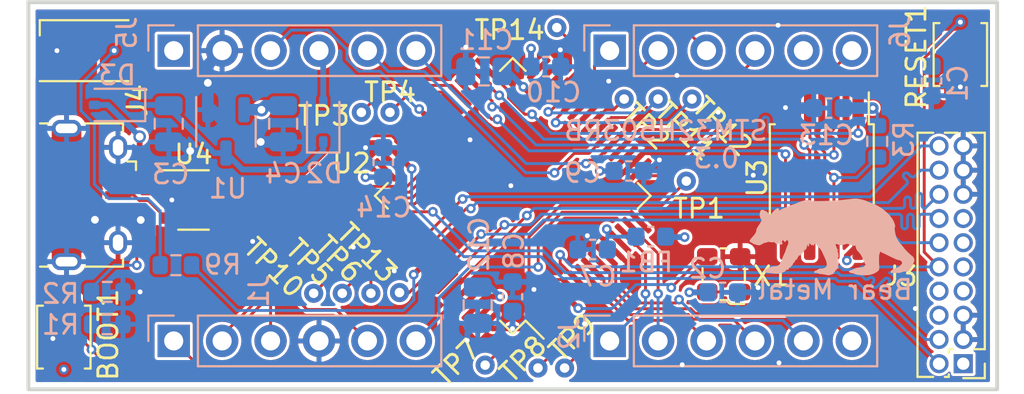
<source format=kicad_pcb>
(kicad_pcb (version 20221018) (generator pcbnew)
  (layers (0 "F.Cu" signal) (1 "In1.Cu" power) (2 "In2.Cu" power) (31 "B.Cu" signal) (34 "B.Paste" user) (36 "B.SilkS" user "B.Silkscreen") (37 "F.SilkS" user "F.Silkscreen") (38 "B.Mask" user) (39 "F.Mask" user) (44 "Edge.Cuts" user))
  (net 0 "")
  (net 1 "GND")
  (net 2 "/VDDA")
  (net 3 "+3.3V")
  (net 4 "/PA9_TXD")
  (net 5 "/PA10_RXD")
  (net 6 "/nRESET")
  (net 7 "Net-(D1-A)")
  (net 8 "Net-(C11-Pad1)")
  (net 9 "Net-(C12-Pad1)")
  (net 10 "/SWDIO")
  (net 11 "/SWCLK")
  (net 17 "/TRACECK")
  (net 19 "/TRACED0")
  (net 20 "/TRACED1")
  (net 21 "/TRACED2")
  (net 22 "/TRACED3")
  (net 23 "Net-(J4-ID)")
  (net 24 "/PC13")
  (net 25 "/SPI1_SCK")
  (net 26 "/SPI1_NSS")
  (net 27 "/SPI1_MISO")
  (net 28 "/SPI1_MOSI")
  (net 29 "/DAC_OUT1")
  (net 30 "/DAC_OUT2")
  (net 31 "/ADC_INP3")
  (net 32 "/OPAMP_VOUT")
  (net 33 "/ADC_INP4")
  (net 34 "/OPAMP_VINM")
  (net 35 "/OPAMP_VINP")
  (net 36 "/ADC_INP5")
  (net 37 "/PB2")
  (net 38 "/I3C2_SCL")
  (net 39 "/SPI2_NSS")
  (net 40 "/SPI2_SCK")
  (net 41 "/SPI2_MISO")
  (net 42 "/SPI2_MOSI")
  (net 43 "/PA15_RXD2")
  (net 44 "/PC10")
  (net 45 "/PB4_TXD2")
  (net 46 "/SW1")
  (net 47 "/I2C1_SCL")
  (net 48 "/I2C1_SDA")
  (net 49 "/NHOLD")
  (net 50 "/PC14")
  (net 51 "/PC15")
  (net 52 "/I2C2_SCL")
  (net 53 "/I2C2_SDA")
  (net 54 "/I3C2_SDA")
  (net 55 "/PA0")
  (net 56 "/PA1")
  (net 57 "/PA2")
  (net 58 "Net-(J4-D-)")
  (net 59 "Net-(J4-D+)")
  (net 60 "/PA3")
  (net 61 "/PA8")
  (net 62 "/USB_N")
  (net 63 "/USB_P")
  (net 64 "/LED")
  (net 65 "/VBUS")
  (net 66 "/5VIN")
  (net 67 "/VINunused")
  (net 68 "/PH1")
  (net 69 "/CLK_8")
  (net 70 "Net-(#FLG02-pwr)")
  (footprint "BearMetal:TestPoint_THTPad_D1.0mm_Drill0.5mm_min" (layer "F.Cu") (at 83.5 51.5)
    (fp_text reference "TP3")
    (fp_text value "TestPoint" hide)
  )
  (footprint "Button_Switch_SMD:SW_SPST_B3U-1000P" (layer "F.Cu") (at 67.9 63.3 90)
    (fp_text reference "BOOT1")
    (fp_text value "SW_Push")
  )
  (footprint "Connector_PinHeader_1.27mm:PinHeader_2x10_P1.27mm_Vertical" (layer "F.Cu") (at 115.062 64.6938 180)
    (fp_text reference "J3")
    (fp_text value "Conn_02x10_Odd_Even")
  )
  (footprint "BearMetal:TestPoint_THTPad_D1.0mm_Drill0.5mm_min" (layer "F.Cu") (at 89.9922 64.77)
    (fp_text reference "TP7")
    (fp_text value "TestPoint" hide)
  )
  (footprint "BearMetal:TestPoint_THTPad_D1.0mm_Drill0.5mm_min" (layer "F.Cu") (at 93.75 47.05)
    (fp_text reference "TP14")
    (fp_text value "TestPoint" hide)
  )
  (footprint "Package_TO_SOT_SMD:SOT-23-6" (layer "F.Cu") (at 74.7 56.1)
    (fp_text reference "U4")
    (fp_text value "WE-TVS-82400102")
  )
  (footprint "BearMetal:TestPoint_THTPad_D1.0mm_Drill0.5mm_min" (layer "F.Cu") (at 94.1578 64.9224)
    (fp_text reference "TP9")
    (fp_text value "TestPoint" hide)
  )
  (footprint "Connector_USB:USB_Micro-B_Amphenol_10118194_Horizontal" (layer "F.Cu") (at 69.342 55.84 -90)
    (fp_text reference "J4")
    (fp_text value "USB_B_Micro" hide)
  )
  (footprint "BearMetal:TestPoint_THTPad_D1.0mm_Drill0.5mm_min" (layer "F.Cu") (at 84 61)
    (fp_text reference "TP6")
    (fp_text value "TestPoint" hide)
  )
  (footprint "Button_Switch_SMD:SW_SPST_B3U-1000P" (layer "F.Cu") (at 114.9096 48.4632 -90)
    (fp_text reference "RESET1")
    (fp_text value "SW_Push")
  )
  (footprint "BearMetal:Oscillator_SMD_ECS_2520MV-4Pin_2.5x2.0mm-hand-solder" (layer "F.Cu") (at 102.5 60 180)
    (fp_text reference "X1")
    (fp_text value "ECS-2520MV-080-CN")
  )
  (footprint "BearMetal:TestPoint_THTPad_D1.0mm_Drill0.5mm_min" (layer "F.Cu") (at 100.838 50.8)
    (fp_text reference "TP11")
    (fp_text value "TestPoint" hide)
  )
  (footprint "Package_QFP:LQFP-64_10x10mm_P0.5mm" (layer "F.Cu") (at 91.44 55.88 135)
    (fp_text reference "U2")
    (fp_text value "STM32H503RBTx")
  )
  (footprint "BearMetal:TestPoint_THTPad_D1.0mm_Drill0.5mm_min" (layer "F.Cu") (at 82.5 61)
    (fp_text reference "TP5")
    (fp_text value "TestPoint" hide)
  )
  (footprint "BearMetal:TestPoint_THTPad_D1.0mm_Drill0.5mm_min" (layer "F.Cu") (at 92.7608 64.9224)
    (fp_text reference "TP8")
    (fp_text value "TestPoint" hide)
  )
  (footprint "Package_SO:SOIC-8_5.23x5.23mm_P1.27mm" (layer "F.Cu") (at 107.645 54.85 -90)
    (fp_text reference "U3")
    (fp_text value "W25Q128JVS")
  )
  (footprint "BearMetal:TestPoint_THTPad_D1.0mm_Drill0.5mm_min" (layer "F.Cu") (at 99.06 50.8)
    (fp_text reference "TP12")
    (fp_text value "TestPoint" hide)
  )
  (footprint "BearMetal:TestPoint_THTPad_D1.0mm_Drill0.5mm_min" (layer "F.Cu") (at 85 51.5)
    (fp_text reference "TP4")
    (fp_text value "TestPoint" hide)
  )
  (footprint "LED_SMD:LED_PLCC-2_3.4x3.0mm_KA" (layer "F.Cu") (at 69.0372 48.26)
    (fp_text reference "D1" hide)
    (fp_text value "LED")
  )
  (footprint "BearMetal:TestPoint_THTPad_D1.0mm_Drill0.5mm_min" (layer "F.Cu") (at 100.54 55.11)
    (fp_text reference "TP1")
    (fp_text value "TestPoint" hide)
  )
  (footprint "BearMetal:TestPoint_THTPad_D1.0mm_Drill0.5mm_min" (layer "F.Cu") (at 85.5 60.96)
    (fp_text reference "TP13")
    (fp_text value "TestPoint" hide)
  )
  (footprint "BearMetal:TestPoint_THTPad_D1.0mm_Drill0.5mm_min" (layer "F.Cu") (at 97.282 50.8)
    (fp_text reference "TP2")
    (fp_text value "TestPoint" hide)
  )
  (footprint "BearMetal:TestPoint_THTPad_D1.0mm_Drill0.5mm_min" (layer "F.Cu") (at 81 61)
    (fp_text reference "TP10")
    (fp_text value "TestPoint" hide)
  )
  (footprint "Capacitor_SMD:C_0603_1608Metric" (layer "B.Cu") (at 93.175 49.1)
    (fp_text reference "C10")
    (fp_text value ".1uf")
  )
  (footprint "Package_TO_SOT_SMD:SOT-23-3" (layer "B.Cu") (at 76.4 52.5 -90)
    (fp_text reference "U1")
    (fp_text value "XC6206P332MR")
  )
  (footprint "Capacitor_SMD:C_0603_1608Metric" (layer "B.Cu") (at 84.65 54.125 90)
    (fp_text reference "C14")
    (fp_text value ".1uf")
  )
  (footprint "Resistor_SMD:R_0603_1608Metric" (layer "B.Cu") (at 70.175 62.625)
    (fp_text reference "R1")
    (fp_text value "10K")
  )
  (footprint "Capacitor_SMD:C_0603_1608Metric" (layer "B.Cu") (at 113.4 49.85 -90)
    (fp_text reference "C1")
    (fp_text value ".1uf")
  )
  (footprint "Capacitor_SMD:C_0603_1608Metric" (layer "B.Cu") (at 97.525 54.575)
    (fp_text reference "C9")
    (fp_text value ".1uf")
  )
  (footprint "Resistor_SMD:R_0603_1608Metric" (layer "B.Cu") (at 70.175 60.925 180)
    (fp_text reference "R2")
    (fp_text value "10K")
  )
  (footprint "BearMetal:PinHeader_1x06_P2.54mm_Vertical__min" (layer "B.Cu") (at 73.66 63.5 -90)
    (fp_text reference "J1")
    (fp_text value "Conn_01x06_Pin")
  )
  (footprint "Capacitor_SMD:C_0603_1608Metric" (layer "B.Cu") (at 98.675 58.025 180)
    (fp_text reference "FB1")
    (fp_text value "~")
  )
  (footprint "BearMetal:PinHeader_1x06_P2.54mm_Vertical__min" (layer "B.Cu") (at 96.52 63.5 -90)
    (fp_text reference "J2")
    (fp_text value "Conn_01x06_Pin")
  )
  (footprint "Diode_SMD:D_SOD-323" (layer "B.Cu") (at 81.5 52 90)
    (fp_text reference "D2")
    (fp_text value "1N5819WS")
  )
  (footprint "BearMetal:BearMetalneg0.3" (layer "B.Cu") (at 108.157809 58.041404 180)
    (fp_text reference "G***" hide)
    (fp_text value "LOGO" hide)
  )
  (footprint "BearMetal:PinHeader_1x06_P2.54mm_Vertical__min" (layer "B.Cu") (at 96.52 48.26 -90)
    (fp_text reference "J6")
    (fp_text value "Conn_01x06_Pin")
  )
  (footprint "BearMetal:PinHeader_1x06_P2.54mm_Vertical__min" (layer "B.Cu") (at 73.66 48.26 -90)
    (fp_text reference "J5")
    (fp_text value "Conn_01x06_Pin")
  )
  (footprint "Capacitor_SMD:C_0805_2012Metric" (layer "B.Cu") (at 89.925 49.35 180)
    (fp_text reference "C11")
    (fp_text value "2.2uf")
  )
  (footprint "Resistor_SMD:R_0603_1608Metric" (layer "B.Cu") (at 73.775 59.525)
    (fp_text reference "R9")
    (fp_text value "150")
  )
  (footprint "Capacitor_SMD:C_0603_1608Metric" (layer "B.Cu") (at 91.425 61.175 90)
    (fp_text reference "C8")
    (fp_text value ".1uf")
  )
  (footprint "Capacitor_SMD:C_0603_1608Metric" (layer "B.Cu") (at 95.625 58.7 180)
    (fp_text reference "C7")
    (fp_text value ".1uf")
  )
  (footprint "Capacitor_SMD:C_0805_2012Metric" (layer "B.Cu") (at 89.6 61.625 -90)
    (fp_text reference "C12")
    (fp_text value "2.2uf")
  )
  (footprint "Capacitor_SMD:C_0805_2012Metric" (layer "B.Cu") (at 73.4 52.1 -90)
    (fp_text reference "C3")
    (fp_text value "1uf")
  )
  (footprint "Resistor_SMD:R_0603_1608Metric" (layer "B.Cu") (at 110.55 53.025 -90)
    (fp_text reference "R3")
    (fp_text value "10K")
  )
  (footprint "Capacitor_SMD:C_0805_2012Metric" (layer "B.Cu") (at 79.4 52.1 -90)
    (fp_text reference "C4")
    (fp_text value "1uf")
  )
  (footprint "Diode_SMD:D_SOD-323" (layer "B.Cu") (at 70.5575 51.11 180)
    (fp_text reference "D3")
    (fp_text value "1N5819WS")
  )
  (footprint "Capacitor_SMD:C_0603_1608Metric" (layer "B.Cu") (at 102.45 60.95)
    (fp_text reference "C2")
    (fp_text value ".1uf")
  )
  (footprint "Capacitor_SMD:C_0603_1608Metric" (layer "B.Cu") (at 108 51.275 180)
    (fp_text reference "C13")
    (fp_text value ".1uf")
  )
  (gr_rect (start 66.04 45.72) (end 116.84 66.04) (stroke (width 0.2)) (fill none) (layer "Edge.Cuts"))
  (gr_text "0.3" (at 103.4 54.5) (layer "B.SilkS") (effects (font (size 1 1)) (justify left bottom mirror)))
  (gr_text "STM32H503RB" (at 104.9 53.05) (layer "B.SilkS") (effects (font (size 1 1)) (justify left bottom mirror)))
  (gr_text "Bear Metal" (at 112.5 61.4) (layer "B.SilkS") (effects (font (size 1 1)) (justify left bottom mirror)))
  (segment (start 89.725266 62.190928) (end 89.151011 62.765183) (width 0.3048) (layer "F.Cu") (net 1))
  (segment (start 69.5298 57.14) (end 70.742 57.14) (width 0.3048) (layer "F.Cu") (net 1))
  (segment (start 95.35 57.975) (end 95.954424 57.975) (width 0.2032) (layer "F.Cu") (net 1))
  (segment (start 93.93337 48.790436) (end 93.154734 49.569072) (width 0.30226) (layer "F.Cu") (net 1))
  (segment (start 96.121173 58.141749) (end 96.176623 58.141749) (width 0.2032) (layer "F.Cu") (net 1))
  (segment (start 83.7184 53.3524) (end 84.316206 53.3524) (width 0.2794) (layer "F.Cu") (net 1))
  (segment (start 84.316206 53.3524) (end 85.129072 54.165266) (width 0.2794) (layer "F.Cu") (net 1))
  (segment (start 103.425 59.1375) (end 103.425 59.275) (width 0.3048) (layer "F.Cu") (net 1))
  (segment (start 93.93337 48.215199) (end 93.93337 48.790436) (width 0.3048) (layer "F.Cu") (net 1))
  (segment (start 99.094848 54.000078) (end 98.698481 53.603711) (width 0.2794) (layer "F.Cu") (net 1))
  (segment (start 71.9328 57.15) (end 71.9228 57.14) (width 0.3048) (layer "F.Cu") (net 1))
  (segment (start 98.698481 53.603711) (end 98.312483 53.603711) (width 0.2794) (layer "F.Cu") (net 1))
  (segment (start 89.725266 62.190928) (end 89.18 62.736194) (width 0.30226) (layer "F.Cu") (net 1))
  (segment (start 71.9228 57.14) (end 70.742 57.14) (width 0.3048) (layer "F.Cu") (net 1))
  (segment (start 95.954424 57.975) (end 96.121173 58.141749) (width 0.2032) (layer "F.Cu") (net 1))
  (segment (start 89.05 62.866194) (end 89.05 63.475) (width 0.3048) (layer "F.Cu") (net 1))
  (segment (start 104.3059 60.0184) (end 103.3625 59.075) (width 0.3048) (layer "F.Cu") (net 1))
  (segment (start 99.127218 54.000078) (end 99.094848 54.000078) (width 0.2794) (layer "F.Cu") (net 1))
  (segment (start 103.3625 59.075) (end 103.425 59.1375) (width 0.3048) (layer "F.Cu") (net 1))
  (segment (start 96.176623 58.141749) (end 96.690268 58.655394) (width 0.2032) (layer "F.Cu") (net 1))
  (segment (start 89.151011 62.765183) (end 89.05 62.866194) (width 0.3048) (layer "F.Cu") (net 1))
  (segment (start 68.042 52.34) (end 68.042 59.34) (width 0.6096) (layer "F.Cu") (net 1))
  (segment (start 98.312483 53.603711) (end 97.750928 54.165266) (width 0.2794) (layer "F.Cu") (net 1))
  (segment (start 104.3059 60.702274) (end 104.3059 60.0184) (width 0.3048) (layer "F.Cu") (net 1))
  (via (at 95.35 57.975) (size 0.508) (drill 0.254) (layers "F.Cu" "B.Cu") (net 1))
  (via (at 83.075 58.575) (size 0.508) (drill 0.254) (layers "F.Cu" "B.Cu") (net 1))
  (via (at 89.2 52.94) (size 0.508) (drill 0.254) (layers "F.Cu" "B.Cu") (net 1))
  (via (at 75.45 49.95) (size 0.7112) (drill 0.4064) (layers "F.Cu" "B.Cu") (net 1))
  (via (at 67.325 63.375) (size 0.508) (drill 0.254) (layers "F.Cu" "B.Cu") (net 1))
  (via (at 95.2 62.6) (size 0.508) (drill 0.254) (layers "F.Cu" "B.Cu") (net 1))
  (via (at 104.3059 60.702274) (size 0.508) (drill 0.254) (layers "F.Cu" "B.Cu") (net 1))
  (via (at 112.55 61.8) (size 0.508) (drill 0.254) (layers "F.Cu" "B.Cu") (net 1))
  (via (at 102.21 51.49) (size 0.508) (drill 0.254) (layers "F.Cu" "B.Cu") (net 1))
  (via (at 92.55 60.8) (size 0.508) (drill 0.254) (layers "F.Cu" "B.Cu") (net 1))
  (via (at 88.975 48.075) (size 0.508) (drill 0.254) (layers "F.Cu" "B.Cu") (net 1))
  (via (at 77.8 58.275) (size 0.508) (drill 0.254) (layers "F.Cu" "B.Cu") (net 1))
  (via (at 71.9328 57.15) (size 0.6604) (drill 0.4064) (layers "F.Cu" "B.Cu") (net 1))
  (via (at 104.05 54.8) (size 0.508) (drill 0.254) (layers "F.Cu" "B.Cu") (net 1))
  (via (at 89.05 63.475) (size 0.508) (drill 0.254) (layers "F.Cu" "B.Cu") (net 1))
  (via (at 67.5372 48.26) (size 0.508) (drill 0.254) (layers "F.Cu" "B.Cu") (net 1))
  (via (at 105.74 51.25) (size 0.508) (drill 0.254) (layers "F.Cu" "B.Cu") (net 1))
  (via (at 91.34 55.35) (size 0.508) (drill 0.254) (layers "F.Cu" "B.Cu") (net 1))
  (via (at 69.5298 57.14) (size 0.6604) (drill 0.4064) (layers "F.Cu" "B.Cu") (net 1))
  (via (at 83.7184 53.3524) (size 0.508) (drill 0.254) (layers "F.Cu" "B.Cu") (net 1))
  (via (at 71.9 60.925) (size 0.508) (drill 0.254) (layers "F.Cu" "B.Cu") (net 1))
  (via (at 93.93337 48.215199) (size 0.508) (drill 0.254) (layers "F.Cu" "B.Cu") (net 1))
  (via (at 99.127218 54.000078) (size 0.508) (drill 0.254) (layers "F.Cu" "B.Cu") (net 1))
  (via (at 100.325 64.75) (size 0.508) (drill 0.254) (layers "F.Cu" "B.Cu") (net 1))
  (via (at 105.35 46.925) (size 0.508) (drill 0.254) (layers "F.Cu" "B.Cu") (net 1))
  (via (at 100.05 49.56) (size 0.508) (drill 0.254) (layers "F.Cu" "B.Cu") (net 1))
  (via (at 85.225 59.825) (size 0.508) (drill 0.254) (layers "F.Cu" "B.Cu") (net 1))
  (via (at 114.9096 50.1632) (size 0.508) (drill 0.254) (layers "F.Cu" "B.Cu") (net 1))
  (via (at 78.225 53.05) (size 0.7112) (drill 0.4064) (layers "F.Cu" "B.Cu") (net 1))
  (via (at 96.47 49.86) (size 0.508) (drill 0.254) (layers "F.Cu" "B.Cu") (net 1))
  (via (at 74.525 53.525) (size 0.6604) (drill 0.4064) (layers "F.Cu" "B.Cu") (net 1))
  (via (at 73.5625 56.1) (size 0.508) (drill 0.254) (layers "F.Cu" "B.Cu") (net 1))
  (via (at 105.4 64.65) (size 0.508) (drill 0.254) (layers "F.Cu" "B.Cu") (net 1))
  (segment (start 105.765 51.275) (end 105.74 51.25) (width 0.3048) (layer "B.Cu") (net 1))
  (segment (start 89.05 63.125) (end 89.6 62.575) (width 0.3048) (layer "B.Cu") (net 1))
  (segment (start 113.4 50.625) (end 113.8618 50.1632) (width 0.152451) (layer "B.Cu") (net 1))
  (segment (start 99.127218 54.000078) (end 98.552296 54.575) (width 0.2794) (layer "B.Cu") (net 1))
  (segment (start 78.225 53.05) (end 79.4 53.05) (width 0.6096) (layer "B.Cu") (net 1))
  (segment (start 77.35 53.05) (end 75.6625 51.3625) (width 0.6096) (layer "B.Cu") (net 1))
  (segment (start 104.3059 60.702274) (end 104.058174 60.95) (width 0.3048) (layer "B.Cu") (net 1))
  (segment (start 71 60.925) (end 71.9 60.925) (width 0.152451) (layer "B.Cu") (net 1))
  (segment (start 107.225 51.275) (end 105.765 51.275) (width 0.6096) (layer "B.Cu") (net 1))
  (segment (start 89.05 63.475) (end 89.05 63.125) (width 0.3048) (layer "B.Cu") (net 1))
  (segment (start 83.7184 53.3524) (end 84.6476 53.3524) (width 0.2794) (layer "B.Cu") (net 1))
  (segment (start 92.15 60.4) (end 91.425 60.4) (width 0.3048) (layer "B.Cu") (net 1))
  (segment (start 113.8618 50.1632) (end 114.9096 50.1632) (width 0.152451) (layer "B.Cu") (net 1))
  (segment (start 75.45 49.01) (end 76.2 48.26) (width 0.6096) (layer "B.Cu") (net 1))
  (segment (start 88.975 49.35) (end 88.975 48.075) (width 0.3048) (layer "B.Cu") (net 1))
  (segment (start 98.552296 54.575) (end 98.3 54.575) (width 0.2794) (layer "B.Cu") (net 1))
  (segment (start 93.95 48.231829) (end 93.93337 48.215199) (width 0.3048) (layer "B.Cu") (net 1))
  (segment (start 95.35 58.2) (end 94.85 58.7) (width 0.2032) (layer "B.Cu") (net 1))
  (segment (start 75.45 49.95) (end 75.45 49.01) (width 0.6096) (layer "B.Cu") (net 1))
  (segment (start 84.6476 53.3524) (end 84.65 53.35) (width 0.2794) (layer "B.Cu") (net 1))
  (segment (start 104.058174 60.95) (end 103.225 60.95) (width 0.3048) (layer "B.Cu") (net 1))
  (segment (start 74.05 53.05) (end 73.4 53.05) (width 0.6096) (layer "B.Cu") (net 1))
  (segment (start 74.525 53.525) (end 74.05 53.05) (width 0.6096) (layer "B.Cu") (net 1))
  (segment (start 92.55 60.8) (end 92.15 60.4) (width 0.3048) (layer "B.Cu") (net 1))
  (segment (start 93.95 49.1) (end 93.95 48.231829) (width 0.3048) (layer "B.Cu") (net 1))
  (segment (start 75.45 49.95) (end 75.45 51.3625) (width 0.6096) (layer "B.Cu") (net 1))
  (segment (start 78.225 53.05) (end 77.35 53.05) (width 0.6096) (layer "B.Cu") (net 1))
  (segment (start 95.35 57.975) (end 95.35 58.2) (width 0.2032) (layer "B.Cu") (net 1))
  (segment (start 75.6625 51.3625) (end 75.45 51.3625) (width 0.6096) (layer "B.Cu") (net 1))
  (segment (start 71 62.625) (end 71 60.925) (width 0.152451) (layer "B.Cu") (net 1))
  (segment (start 96.375229 57.633249) (end 97.043821 58.301841) (width 0.2032) (layer "F.Cu") (net 2))
  (segment (start 96.371314 57.633249) (end 96.375229 57.633249) (width 0.2032) (layer "F.Cu") (net 2))
  (via (at 96.371314 57.633249) (size 0.508) (drill 0.254) (layers "F.Cu" "B.Cu") (net 2))
  (segment (start 96.371314 57.633249) (end 96.4 57.661935) (width 0.2032) (layer "B.Cu") (net 2))
  (segment (start 96.4 57.661935) (end 96.4 58.7) (width 0.2032) (layer "B.Cu") (net 2))
  (segment (start 96.4 58.025) (end 97.9 58.025) (width 0.2032) (layer "B.Cu") (net 2))
  (segment (start 101.6375 60.925) (end 103.35 60.925) (width 0.152908) (layer "F.Cu") (net 3))
  (segment (start 100.7 60.95) (end 101.6125 60.95) (width 0.3048) (layer "F.Cu") (net 3))
  (segment (start 84.391938 54.9024) (end 83.7184 54.9024) (width 0.2794) (layer "F.Cu") (net 3))
  (segment (start 90.078819 62.544481) (end 90.386338 62.852) (width 0.2794) (layer "F.Cu") (net 3))
  (segment (start 90.386338 62.852) (end 92.493662 62.852) (width 0.2794) (layer "F.Cu") (net 3))
  (segment (start 96.6442 54.575) (end 97.397375 53.821825) (width 0.2794) (layer "F.Cu") (net 3))
  (segment (start 108.95747 59.04253) (end 109.55 58.45) (width 0.3048) (layer "F.Cu") (net 3))
  (segment (start 101.6125 60.95) (end 101.6375 60.925) (width 0.3048) (layer "F.Cu") (net 3))
  (segment (start 92.493662 62.852) (end 92.801181 62.544481) (width 0.2794) (layer "F.Cu") (net 3))
  (segment (start 84.775519 54.518819) (end 84.391938 54.9024) (width 0.2794) (layer "F.Cu") (net 3))
  (segment (start 92.4 48.15) (end 92.4 48.814338) (width 0.3048) (layer "F.Cu") (net 3))
  (segment (start 92.4 48.814338) (end 92.801181 49.215519) (width 0.3048) (layer "F.Cu") (net 3))
  (segment (start 96 54.575) (end 96.6442 54.575) (width 0.2794) (layer "F.Cu") (net 3))
  (segment (start 108.95747 59.2755) (end 108.95747 59.04253) (width 0.3048) (layer "F.Cu") (net 3))
  (via (at 83.7184 54.9024) (size 0.508) (drill 0.254) (layers "F.Cu" "B.Cu") (net 3))
  (via (at 91.425 62.852) (size 0.508) (drill 0.254) (layers "F.Cu" "B.Cu") (net 3))
  (via (at 100.45 58.05) (size 0.508) (drill 0.254) (layers "F.Cu" "B.Cu") (net 3))
  (via (at 78.2625 51.3625) (size 0.7112) (drill 0.4064) (layers "F.Cu" "B.Cu") (net 3))
  (via (at 108.95747 59.2755) (size 0.508) (drill 0.254) (layers "F.Cu" "B.Cu") (net 3))
  (via (at 96 54.575) (size 0.508) (drill 0.254) (layers "F.Cu" "B.Cu") (net 3))
  (via (at 67.9 65) (size 0.508) (drill 0.254) (layers "F.Cu" "B.Cu") (net 3))
  (via (at 110.325 51.275) (size 0.508) (drill 0.254) (layers "F.Cu" "B.Cu") (net 3))
  (via (at 92.4 48.15) (size 0.508) (drill 0.254) (layers "F.Cu" "B.Cu") (net 3))
  (via (at 100.7 60.95) (size 0.508) (drill 0.254) (layers "F.Cu" "B.Cu") (net 3))
  (segment (start 100.45 58.05) (end 99.475 58.05) (width 0.3048) (layer "B.Cu") (net 3))
  (segment (start 96 54.575) (end 96.75 54.575) (width 0.2794) (layer "B.Cu") (net 3))
  (segment (start 110.55 52.2) (end 110.55 51.5) (width 0.152425) (layer "B.Cu") (net 3))
  (segment (start 78.2625 51.3625) (end 77.35 51.3625) (width 0.6096) (layer "B.Cu") (net 3))
  (segment (start 84.6476 54.9024) (end 84.65 54.9) (width 0.2794) (layer "B.Cu") (net 3))
  (segment (start 78.475 51.15) (end 79.4 51.15) (width 0.6096) (layer "B.Cu") (net 3))
  (segment (start 101.675 60.95) (end 100.7 60.95) (width 0.3048) (layer "B.Cu") (net 3))
  (segment (start 92.4 49.1) (end 92.4 48.15) (width 0.3048) (layer "B.Cu") (net 3))
  (segment (start 108.775 51.275) (end 110.325 51.275) (width 0.6096) (layer "B.Cu") (net 3))
  (segment (start 83.7184 54.9024) (end 84.6476 54.9024) (width 0.2794) (layer "B.Cu") (net 3))
  (segment (start 78.2625 51.3625) (end 78.475 51.15) (width 0.6096) (layer "B.Cu") (net 3))
  (segment (start 110.55 51.5) (end 110.325 51.275) (width 0.152425) (layer "B.Cu") (net 3))
  (segment (start 91.425 62.852) (end 91.425 61.95) (width 0.3048) (layer "B.Cu") (net 3))
  (segment (start 76.81 64.69) (end 74.85 64.69) (width 0.152451) (layer "F.Cu") (net 4))
  (segment (start 86.025894 55.690298) (end 84.147454 55.690298) (width 0.152451) (layer "F.Cu") (net 4))
  (segment (start 86.896839 52.397499) (end 87.394919 52.895579) (width 0.152451) (layer "F.Cu") (net 4))
  (segment (start 74.85 64.69) (end 73.66 63.5) (width 0.152451) (layer "F.Cu") (net 4))
  (segment (start 87.394919 52.895579) (end 87.394919 54.321273) (width 0.152451) (layer "F.Cu") (net 4))
  (segment (start 87.394919 54.321273) (end 86.025894 55.690298) (width 0.152451) (layer "F.Cu") (net 4))
  (segment (start 84.147454 55.690298) (end 77.51 62.327752) (width 0.152451) (layer "F.Cu") (net 4))
  (segment (start 77.51 62.327752) (end 77.51 63.99) (width 0.152451) (layer "F.Cu") (net 4))
  (segment (start 77.51 63.99) (end 76.81 64.69) (width 0.152451) (layer "F.Cu") (net 4))
  (segment (start 85.899621 55.385447) (end 84.02118 55.385448) (width 0.152451) (layer "F.Cu") (net 5))
  (segment (start 87.041365 53.249131) (end 87.041365 54.243703) (width 0.152451) (layer "F.Cu") (net 5))
  (segment (start 84.02118 55.385448) (end 76.26312 63.143508) (width 0.152451) (layer "F.Cu") (net 5))
  (segment (start 87.041365 54.243703) (end 85.899621 55.385447) (width 0.152451) (layer "F.Cu") (net 5))
  (segment (start 86.543286 52.751052) (end 87.041365 53.249131) (width 0.152451) (layer "F.Cu") (net 5))
  (segment (start 93.924646 59.425306) (end 94.922501 60.423161) (width 0.152451) (layer "F.Cu") (net 6))
  (segment (start 93.924646 58.975353) (end 93.924646 59.425306) (width 0.152451) (layer "F.Cu") (net 6))
  (segment (start 113.015775 58.837575) (end 113.792 59.6138) (width 0.152451) (layer "F.Cu") (net 6))
  (segment (start 113.015775 48.657025) (end 113.015775 58.837575) (width 0.152451) (layer "F.Cu") (net 6))
  (segment (start 114.9096 46.7632) (end 113.015775 48.657025) (width 0.152451) (layer "F.Cu") (net 6))
  (via (at 93.924646 58.975353) (size 0.508) (drill 0.254) (layers "F.Cu" "B.Cu") (net 6))
  (via (at 114.9096 46.7632) (size 0.508) (drill 0.254) (layers "F.Cu" "B.Cu") (net 6))
  (segment (start 109.739166 59.6138) (end 113.792 59.6138) (width 0.152451) (layer "B.Cu") (net 6))
  (segment (start 93.924646 58.975353) (end 94.55974 59.610447) (width 0.152451) (layer "B.Cu") (net 6))
  (segment (start 113.4 48.2) (end 113.4 49.075) (width 0.152451) (layer "B.Cu") (net 6))
  (segment (start 108.75756 59.758125) (end 109.594841 59.758125) (width 0.152451) (layer "B.Cu") (net 6))
  (segment (start 108.609882 59.610447) (end 108.75756 59.758125) (width 0.152451) (layer "B.Cu") (net 6))
  (segment (start 94.55974 59.610447) (end 108.609882 59.610447) (width 0.152451) (layer "B.Cu") (net 6))
  (segment (start 109.594841 59.758125) (end 109.739166 59.6138) (width 0.152451) (layer "B.Cu") (net 6))
  (segment (start 114.8368 46.7632) (end 113.4 48.2) (width 0.152451) (layer "B.Cu") (net 6))
  (segment (start 114.9096 46.7632) (end 114.8368 46.7632) (width 0.152451) (layer "B.Cu") (net 6))
  (via (at 70.5372 48.26) (size 0.508) (drill 0.254) (layers "F.Cu" "B.Cu") (net 7))
  (segment (start 70.25 56.025) (end 69.5 55.275) (width 0.152451) (layer "B.Cu") (net 7))
  (segment (start 69.5 55.275) (end 69.5 52.115) (width 0.152451) (layer "B.Cu") (net 7))
  (segment (start 69.5 52.115) (end 68.8 51.415) (width 0.152451) (layer "B.Cu") (net 7))
  (segment (start 72.95 56.675) (end 72.3 56.025) (width 0.152451) (layer "B.Cu") (net 7))
  (segment (start 72.95 59.525) (end 72.95 56.675) (width 0.152451) (layer "B.Cu") (net 7))
  (segment (start 68.8 51.415) (end 68.8 49.9972) (width 0.152451) (layer "B.Cu") (net 7))
  (segment (start 68.8 49.9972) (end 70.5372 48.26) (width 0.152451) (layer "B.Cu") (net 7))
  (segment (start 72.3 56.025) (end 70.25 56.025) (width 0.152451) (layer "B.Cu") (net 7))
  (segment (start 92.330824 50.49561) (end 92.935302 50.49561) (width 0.30226) (layer "F.Cu") (net 8))
  (segment (start 91.993196 50.157982) (end 92.330824 50.49561) (width 0.30226) (layer "F.Cu") (net 8))
  (segment (start 92.935302 50.49561) (end 93.508287 49.922625) (width 0.30226) (layer "F.Cu") (net 8))
  (via (at 91.993196 50.157982) (size 0.508) (drill 0.254) (layers "F.Cu" "B.Cu") (net 8))
  (segment (start 91.185214 49.35) (end 90.875 49.35) (width 0.3048) (layer "B.Cu") (net 8))
  (segment (start 91.993196 50.157982) (end 91.185214 49.35) (width 0.3048) (layer "B.Cu") (net 8))
  (segment (start 90.034088 61.175) (end 90.775 61.175) (width 0.3048) (layer "F.Cu") (net 9))
  (segment (start 89.371713 61.837375) (end 90.034088 61.175) (width 0.30226) (layer "F.Cu") (net 9))
  (via (at 90.775 61.175) (size 0.508) (drill 0.254) (layers "F.Cu" "B.Cu") (net 9))
  (segment (start 90.775 61.175) (end 90.275 60.675) (width 0.3048) (layer "B.Cu") (net 9))
  (segment (start 90.275 60.675) (end 89.6 60.675) (width 0.3048) (layer "B.Cu") (net 9))
  (segment (start 86.136722 54.46581) (end 85.482625 53.811713) (width 0.152451) (layer "F.Cu") (net 10))
  (segment (start 86.136723 54.46581) (end 86.136722 54.46581) (width 0.152451) (layer "F.Cu") (net 10))
  (via (at 86.136723 54.46581) (size 0.508) (drill 0.254) (layers "F.Cu" "B.Cu") (net 10))
  (segment (start 94.05649 60.220149) (end 92.911192 59.074851) (width 0.152451) (layer "B.Cu") (net 10))
  (segment (start 108.504514 60.367327) (end 108.357336 60.220149) (width 0.152451) (layer "B.Cu") (net 10))
  (segment (start 88.874851 59.074851) (end 86.136723 56.336723) (width 0.152451) (layer "B.Cu") (net 10))
  (segment (start 113.792 64.6938) (end 109.465527 60.367327) (width 0.152451) (layer "B.Cu") (net 10))
  (segment (start 108.357336 60.220149) (end 94.05649 60.220149) (width 0.152451) (layer "B.Cu") (net 10))
  (segment (start 86.136723 56.336723) (end 86.136723 54.46581) (width 0.152451) (layer "B.Cu") (net 10))
  (segment (start 92.911192 59.074851) (end 88.874851 59.074851) (width 0.152451) (layer "B.Cu") (net 10))
  (segment (start 109.465527 60.367327) (end 108.504514 60.367327) (width 0.152451) (layer "B.Cu") (net 10))
  (segment (start 85.2967 56.72) (end 84.775519 57.241181) (width 0.152451) (layer "F.Cu") (net 11))
  (segment (start 87.25 56.72) (end 85.2967 56.72) (width 0.152451) (layer "F.Cu") (net 11))
  (via (at 87.25 56.72) (size 0.508) (drill 0.254) (layers "F.Cu" "B.Cu") (net 11))
  (segment (start 108.483609 59.915298) (end 108.630787 60.062476) (width 0.152451) (layer "B.Cu") (net 11))
  (segment (start 110.101424 60.225) (end 110.101425 60.224999) (width 0.15367) (layer "B.Cu") (net 11))
  (segment (start 111.160865 60.464104) (end 111.160864 60.464105) (width 0.15367) (layer "B.Cu") (net 11))
  (segment (start 93.037465 58.77) (end 94.182763 59.915298) (width 0.152451) (layer "B.Cu") (net 11))
  (segment (start 110.944441 60.24768) (end 110.534272 60.657848) (width 0.15367) (layer "B.Cu") (net 11))
  (segment (start 110.317847 60.441423) (end 110.339075 60.420198) (width 0.15367) (layer "B.Cu") (net 11))
  (segment (start 94.182763 59.915298) (end 108.483609 59.915298) (width 0.152451) (layer "B.Cu") (net 11))
  (segment (start 110.534272 60.657848) (end 110.534273 60.657847) (width 0.15367) (layer "B.Cu") (net 11))
  (segment (start 87.25 56.72) (end 89.3 58.77) (width 0.152451) (layer "B.Cu") (net 11))
  (segment (start 113.0838 63.4238) (end 113.792 63.4238) (width 0.152451) (layer "B.Cu") (net 11))
  (segment (start 110.317848 60.657848) (end 110.317847 60.657847) (width 0.15367) (layer "B.Cu") (net 11))
  (segment (start 110.122651 60.203774) (end 110.101424 60.225) (width 0.15367) (layer "B.Cu") (net 11))
  (segment (start 110.750695 60.874271) (end 111.160865 60.464104) (width 0.15367) (layer "B.Cu") (net 11))
  (segment (start 108.630787 60.062476) (end 109.722476 60.062476) (width 0.152451) (layer "B.Cu") (net 11))
  (segment (start 110.339075 60.420198) (end 110.339074 60.420199) (width 0.15367) (layer "B.Cu") (net 11))
  (segment (start 113.0838 63.4238) (end 110.750695 61.090695) (width 0.15367) (layer "B.Cu") (net 11))
  (segment (start 109.885 60.225) (end 109.722476 60.062476) (width 0.15367) (layer "B.Cu") (net 11))
  (segment (start 89.3 58.77) (end 93.037465 58.77) (width 0.152451) (layer "B.Cu") (net 11))
  (arc (start 110.101425 60.224999) (mid 109.993213 60.269823) (end 109.885 60.225) (width 0.15367) (layer "B.Cu") (net 11))
  (arc (start 111.160864 60.464105) (mid 111.205688 60.355893) (end 111.160865 60.24768) (width 0.15367) (layer "B.Cu") (net 11))
  (arc (start 110.317847 60.657847) (mid 110.273025 60.549636) (end 110.317847 60.441423) (width 0.15367) (layer "B.Cu") (net 11))
  (arc (start 110.339075 60.203774) (mid 110.230862 60.15895) (end 110.122651 60.203774) (width 0.15367) (layer "B.Cu") (net 11))
  (arc (start 110.750695 61.090695) (mid 110.705873 60.982484) (end 110.750695 60.874271) (width 0.15367) (layer "B.Cu") (net 11))
  (arc (start 110.534273 60.657847) (mid 110.426061 60.702671) (end 110.317848 60.657848) (width 0.15367) (layer "B.Cu") (net 11))
  (arc (start 110.339074 60.420199) (mid 110.383898 60.311987) (end 110.339075 60.203774) (width 0.15367) (layer "B.Cu") (net 11))
  (arc (start 111.160865 60.24768) (mid 111.052652 60.202856) (end 110.944441 60.24768) (width 0.15367) (layer "B.Cu") (net 11))
  (segment (start 89.781777 57.891777) (end 87.603946 60.069608) (width 0.152451) (layer "F.Cu") (net 17))
  (via (at 89.781777 57.891777) (size 0.508) (drill 0.254) (layers "F.Cu" "B.Cu") (net 17))
  (segment (start 92.321261 57.891777) (end 93.061914 57.151124) (width 0.152451) (layer "B.Cu") (net 17))
  (segment (start 110.525554 58.07113) (end 110.915561 57.681122) (width 0.152451) (layer "B.Cu") (net 17))
  (segment (start 93.061914 57.151124) (end 110.601124 57.151124) (width 0.152451) (layer "B.Cu") (net 17))
  (segment (start 110.915561 57.681122) (end 111.132255 57.464424) (width 0.152451) (layer "B.Cu") (net 17))
  (segment (start 111.347819 57.679988) (end 111.346683 57.681121) (width 0.152451) (layer "B.Cu") (net 17))
  (segment (start 111.7938 58.3438) (end 113.792 58.3438) (width 0.152451) (layer "B.Cu") (net 17))
  (segment (start 110.699999 57.465561) (end 110.7 57.465561) (width 0.152451) (layer "B.Cu") (net 17))
  (segment (start 110.601124 57.151124) (end 110.7 57.25) (width 0.152451) (layer "B.Cu") (net 17))
  (segment (start 111.346683 57.896683) (end 111.7938 58.3438) (width 0.152451) (layer "B.Cu") (net 17))
  (segment (start 111.346682 57.896682) (end 111.346683 57.896683) (width 0.152451) (layer "B.Cu") (net 17))
  (segment (start 89.781777 57.891777) (end 92.321261 57.891777) (width 0.152451) (layer "B.Cu") (net 17))
  (segment (start 110.7 57.465561) (end 110.309992 57.855568) (width 0.152451) (layer "B.Cu") (net 17))
  (arc (start 111.347819 57.464426) (mid 111.392462 57.572206) (end 111.347819 57.679988) (width 0.152451) (layer "B.Cu") (net 17))
  (arc (start 110.309992 57.855568) (mid 110.265348 57.963349) (end 110.309992 58.07113) (width 0.152451) (layer "B.Cu") (net 17))
  (arc (start 111.346683 57.681121) (mid 111.302039 57.788902) (end 111.346682 57.896682) (width 0.152451) (layer "B.Cu") (net 17))
  (arc (start 110.309992 58.07113) (mid 110.417773 58.115774) (end 110.525554 58.07113) (width 0.152451) (layer "B.Cu") (net 17))
  (arc (start 110.7 57.25) (mid 110.744644 57.357781) (end 110.699999 57.465561) (width 0.152451) (layer "B.Cu") (net 17))
  (arc (start 111.132255 57.464424) (mid 111.240037 57.419781) (end 111.347819 57.464426) (width 0.152451) (layer "B.Cu") (net 17))
  (segment (start 91.002969 57.402969) (end 90.977691 57.402969) (width 0.152451) (layer "F.Cu") (net 19))
  (segment (start 90.977691 57.402969) (end 87.957499 60.423161) (width 0.152451) (layer "F.Cu") (net 19))
  (via (at 91.002969 57.402969) (size 0.508) (drill 0.254) (layers "F.Cu" "B.Cu") (net 19))
  (segment (start 112.747575 56.998698) (end 112.747575 57.466711) (width 0.152451) (layer "B.Cu") (net 19))
  (segment (start 92.935641 56.846273) (end 92.378945 57.402969) (width 0.152451) (layer "B.Cu") (net 19))
  (segment (start 111.833022 57.466724) (end 111.833022 56.998698) (width 0.152451) (layer "B.Cu") (net 19))
  (segment (start 112.442724 57.466711) (end 112.442724 56.998698) (width 0.152451) (layer "B.Cu") (net 19))
  (segment (start 111.680597 56.846273) (end 111.680596 56.846273) (width 0.152451) (layer "B.Cu") (net 19))
  (segment (start 113.682753 56.964553) (end 113.564473 56.846273) (width 0.152451) (layer "B.Cu") (net 19))
  (segment (start 92.378945 57.402969) (end 91.002969 57.402969) (width 0.152451) (layer "B.Cu") (net 19))
  (segment (start 112.59515 57.619136) (end 112.595149 57.619136) (width 0.152451) (layer "B.Cu") (net 19))
  (segment (start 111.680596 56.846273) (end 92.935641 56.846273) (width 0.152451) (layer "B.Cu") (net 19))
  (segment (start 112.290299 56.846273) (end 112.290298 56.846273) (width 0.152451) (layer "B.Cu") (net 19))
  (segment (start 111.985448 57.619149) (end 111.985447 57.619149) (width 0.152451) (layer "B.Cu") (net 19))
  (segment (start 113.564473 56.846273) (end 112.9 56.846273) (width 0.152451) (layer "B.Cu") (net 19))
  (segment (start 112.137873 56.998698) (end 112.137873 57.466724) (width 0.152451) (layer "B.Cu") (net 19))
  (arc (start 112.595149 57.619136) (mid 112.487368 57.574492) (end 112.442724 57.466711) (width 0.152451) (layer "B.Cu") (net 19))
  (arc (start 112.442724 56.998698) (mid 112.39808 56.890917) (end 112.290299 56.846273) (width 0.152451) (layer "B.Cu") (net 19))
  (arc (start 112.747575 57.466711) (mid 112.702931 57.574492) (end 112.59515 57.619136) (width 0.152451) (layer "B.Cu") (net 19))
  (arc (start 112.9 56.846273) (mid 112.792219 56.890917) (end 112.747575 56.998698) (width 0.152451) (layer "B.Cu") (net 19))
  (arc (start 111.985447 57.619149) (mid 111.877666 57.574505) (end 111.833022 57.466724) (width 0.152451) (layer "B.Cu") (net 19))
  (arc (start 112.137873 57.466724) (mid 112.093229 57.574505) (end 111.985448 57.619149) (width 0.152451) (layer "B.Cu") (net 19))
  (arc (start 112.290298 56.846273) (mid 112.182517 56.890917) (end 112.137873 56.998698) (width 0.152451) (layer "B.Cu") (net 19))
  (arc (start 111.833022 56.998698) (mid 111.788378 56.890917) (end 111.680597 56.846273) (width 0.152451) (layer "B.Cu") (net 19))
  (segment (start 92.168387 56.919379) (end 88.311052 60.776714) (width 0.152451) (layer "F.Cu") (net 20))
  (segment (start 92.18 56.919379) (end 92.168387 56.919379) (width 0.152451) (layer "F.Cu") (net 20))
  (via (at 92.18 56.919379) (size 0.508) (drill 0.254) (layers "F.Cu" "B.Cu") (net 20))
  (segment (start 112.139826 55.939771) (end 112.139825 55.939771) (width 0.152451) (layer "B.Cu") (net 20))
  (segment (start 113.792 55.8038) (end 113.054378 56.541422) (width 0.152451) (layer "B.Cu") (net 20))
  (segment (start 111.834975 56.541422) (end 111.834974 56.541422) (width 0.152451) (layer "B.Cu") (net 20))
  (segment (start 112.597102 55.892209) (end 112.597102 56.388997) (width 0.152451) (layer "B.Cu") (net 20))
  (segment (start 112.444677 56.541422) (end 112.444676 56.541422) (width 0.152451) (layer "B.Cu") (net 20))
  (segment (start 111.834974 56.541422) (end 92.557957 56.541422) (width 0.152451) (layer "B.Cu") (net 20))
  (segment (start 111.9874 56.092196) (end 111.9874 56.388997) (width 0.152451) (layer "B.Cu") (net 20))
  (segment (start 112.749528 55.739784) (end 112.749527 55.739784) (width 0.152451) (layer "B.Cu") (net 20))
  (segment (start 92.557957 56.541422) (end 92.18 56.919379) (width 0.152451) (layer "B.Cu") (net 20))
  (segment (start 112.901953 56.388997) (end 112.901953 55.892209) (width 0.152451) (layer "B.Cu") (net 20))
  (segment (start 112.292251 56.388997) (end 112.292251 56.092196) (width 0.152451) (layer "B.Cu") (net 20))
  (arc (start 112.139825 55.939771) (mid 112.032044 55.984415) (end 111.9874 56.092196) (width 0.152451) (layer "B.Cu") (net 20))
  (arc (start 113.054378 56.541422) (mid 112.946597 56.496778) (end 112.901953 56.388997) (width 0.152451) (layer "B.Cu") (net 20))
  (arc (start 112.292251 56.092196) (mid 112.247607 55.984415) (end 112.139826 55.939771) (width 0.152451) (layer "B.Cu") (net 20))
  (arc (start 111.9874 56.388997) (mid 111.942756 56.496778) (end 111.834975 56.541422) (width 0.152451) (layer "B.Cu") (net 20))
  (arc (start 112.597102 56.388997) (mid 112.552458 56.496778) (end 112.444677 56.541422) (width 0.152451) (layer "B.Cu") (net 20))
  (arc (start 112.901953 55.892209) (mid 112.857309 55.784428) (end 112.749528 55.739784) (width 0.152451) (layer "B.Cu") (net 20))
  (arc (start 112.749527 55.739784) (mid 112.641746 55.784428) (end 112.597102 55.892209) (width 0.152451) (layer "B.Cu") (net 20))
  (arc (start 112.444676 56.541422) (mid 112.336895 56.496778) (end 112.292251 56.388997) (width 0.152451) (layer "B.Cu") (net 20))
  (segment (start 89.002035 56.550199) (end 86.543286 59.008948) (width 0.152451) (layer "F.Cu") (net 21))
  (segment (start 89.240432 56.550199) (end 89.002035 56.550199) (width 0.152451) (layer "F.Cu") (net 21))
  (via (at 89.240432 56.550199) (size 0.508) (drill 0.254) (layers "F.Cu" "B.Cu") (net 21))
  (segment (start 111.961776 54.7179) (end 111.961775 54.7179) (width 0.152451) (layer "B.Cu") (net 21))
  (segment (start 89.55406 56.236571) (end 89.240432 56.550199) (width 0.152451) (layer "B.Cu") (net 21))
  (segment (start 111.138429 56.236571) (end 89.55406 56.236571) (width 0.152451) (layer "B.Cu") (net 21))
  (segment (start 112.309438 54.85) (end 112.177338 54.7179) (width 0.152451) (layer "B.Cu") (net 21))
  (segment (start 112.093874 55.281123) (end 112.093875 55.281124) (width 0.152451) (layer "B.Cu") (net 21))
  (segment (start 111.961775 54.933462) (end 112.093874 55.065561) (width 0.152451) (layer "B.Cu") (net 21))
  (segment (start 112.8412 54.5338) (end 112.525 54.85) (width 0.152451) (layer "B.Cu") (net 21))
  (segment (start 112.093875 55.281124) (end 111.138429 56.236571) (width 0.152451) (layer "B.Cu") (net 21))
  (segment (start 113.792 54.5338) (end 112.8412 54.5338) (width 0.152451) (layer "B.Cu") (net 21))
  (arc (start 112.093874 55.065561) (mid 112.138518 55.173342) (end 112.093874 55.281123) (width 0.152451) (layer "B.Cu") (net 21))
  (arc (start 112.177338 54.7179) (mid 112.069557 54.673256) (end 111.961776 54.7179) (width 0.152451) (layer "B.Cu") (net 21))
  (arc (start 111.961775 54.7179) (mid 111.917131 54.825681) (end 111.961775 54.933462) (width 0.152451) (layer "B.Cu") (net 21))
  (arc (start 112.525 54.85) (mid 112.417219 54.894644) (end 112.309438 54.85) (width 0.152451) (layer "B.Cu") (net 21))
  (segment (start 88.81 56.05) (end 88.795126 56.05) (width 0.152451) (layer "F.Cu") (net 22))
  (segment (start 88.795126 56.05) (end 86.189732 58.655394) (width 0.152451) (layer "F.Cu") (net 22))
  (via (at 88.81 56.05) (size 0.508) (drill 0.254) (layers "F.Cu" "B.Cu") (net 22))
  (segment (start 110.19328 55.93172) (end 88.92828 55.93172) (width 0.152451) (layer "B.Cu") (net 22))
  (segment (start 88.92828 55.93172) (end 88.81 56.05) (width 0.152451) (layer "B.Cu") (net 22))
  (segment (start 113.792 53.2638) (end 112.8612 53.2638) (width 0.152451) (layer "B.Cu") (net 22))
  (segment (start 112.8612 53.2638) (end 110.19328 55.93172) (width 0.152451) (layer "B.Cu") (net 22))
  (segment (start 72.491625 57.916625) (end 72.491625 56.85121) (width 0.152451) (layer "F.Cu") (net 23))
  (segment (start 72.130415 56.49) (end 70.742 56.49) (width 0.152451) (layer "F.Cu") (net 23))
  (segment (start 71.725 59.525) (end 71.725 58.68325) (width 0.152451) (layer "F.Cu") (net 23))
  (segment (start 71.725 58.68325) (end 72.491625 57.916625) (width 0.152451) (layer "F.Cu") (net 23))
  (segment (start 72.491625 56.85121) (end 72.130415 56.49) (width 0.152451) (layer "F.Cu") (net 23))
  (via (at 71.725 59.525) (size 0.508) (drill 0.254) (layers "F.Cu" "B.Cu") (net 23))
  (segment (start 70.55 59.525) (end 69.35 60.725) (width 0.152451) (layer "B.Cu") (net 23))
  (segment (start 71.725 59.525) (end 70.55 59.525) (width 0.152451) (layer "B.Cu") (net 23))
  (segment (start 69.35 60.725) (end 69.35 60.925) (width 0.152451) (layer "B.Cu") (net 23))
  (segment (start 93.292 63.68) (end 93.779949 63.192051) (width 0.152451) (layer "F.Cu") (net 24))
  (segment (start 91.0822 63.68) (end 89.9922 64.77) (width 0.152451) (layer "F.Cu") (net 24))
  (segment (start 93.779949 63.192051) (end 93.779949 62.816143) (width 0.152451) (layer "F.Cu") (net 24))
  (segment (start 93.779949 62.816143) (end 93.154734 62.190928) (width 0.152451) (layer "F.Cu") (net 24))
  (segment (start 93.292 63.68) (end 91.0822 63.68) (width 0.152451) (layer "F.Cu") (net 24))
  (segment (start 100.521375 62.421375) (end 101.6 63.5) (width 0.152451) (layer "F.Cu") (net 25))
  (segment (start 97.473742 62.421375) (end 100.521375 62.421375) (width 0.152451) (layer "F.Cu") (net 25))
  (segment (start 95.914995 60.708549) (end 95.914997 60.86263) (width 0.152451) (layer "F.Cu") (net 25))
  (segment (start 95.276054 60.069608) (end 95.914995 60.708549) (width 0.152451) (layer "F.Cu") (net 25))
  (segment (start 95.914997 60.86263) (end 97.473742 62.421375) (width 0.152451) (layer "F.Cu") (net 25))
  (segment (start 96.219847 60.736356) (end 97.600015 62.116524) (width 0.152451) (layer "F.Cu") (net 26))
  (segment (start 100.891124 62.36) (end 103 62.36) (width 0.152451) (layer "F.Cu") (net 26))
  (segment (start 103 62.36) (end 104.14 63.5) (width 0.152451) (layer "F.Cu") (net 26))
  (segment (start 96.219846 60.306292) (end 96.219847 60.736356) (width 0.152451) (layer "F.Cu") (net 26))
  (segment (start 100.647649 62.116525) (end 100.891124 62.36) (width 0.152451) (layer "F.Cu") (net 26))
  (segment (start 97.600015 62.116524) (end 100.647649 62.116525) (width 0.152451) (layer "F.Cu") (net 26))
  (segment (start 95.629608 59.716054) (end 96.219846 60.306292) (width 0.152451) (layer "F.Cu") (net 26))
  (segment (start 101.017397 62.055149) (end 107.775149 62.055149) (width 0.152451) (layer "F.Cu") (net 27))
  (segment (start 95.983161 59.362501) (end 96.524697 59.904037) (width 0.152451) (layer "F.Cu") (net 27))
  (segment (start 96.524697 60.610082) (end 97.726288 61.811673) (width 0.152451) (layer "F.Cu") (net 27))
  (segment (start 100.773923 61.811675) (end 101.017397 62.055149) (width 0.152451) (layer "F.Cu") (net 27))
  (segment (start 97.726288 61.811673) (end 100.773923 61.811675) (width 0.152451) (layer "F.Cu") (net 27))
  (segment (start 107.775149 62.055149) (end 109.22 63.5) (width 0.152451) (layer "F.Cu") (net 27))
  (segment (start 96.524697 59.904037) (end 96.524697 60.610082) (width 0.152451) (layer "F.Cu") (net 27))
  (segment (start 97.852561 61.506822) (end 96.834794 60.489055) (width 0.152451) (layer "F.Cu") (net 28))
  (segment (start 96.834794 60.489055) (end 96.834794 59.507028) (width 0.152451) (layer "F.Cu") (net 28))
  (segment (start 99.982903 61.506822) (end 97.852561 61.506822) (width 0.152451) (layer "F.Cu") (net 28))
  (segment (start 100.160175 61.32955) (end 99.982903 61.506822) (width 0.152451) (layer "F.Cu") (net 28))
  (segment (start 96.834794 59.507028) (end 96.336714 59.008948) (width 0.152451) (layer "F.Cu") (net 28))
  (via (at 100.160175 61.32955) (size 0.508) (drill 0.254) (layers "F.Cu" "B.Cu") (net 28))
  (segment (start 100.160175 61.32955) (end 101.252 62.421375) (width 0.152451) (layer "B.Cu") (net 28))
  (segment (start 101.252 62.421375) (end 105.601375 62.421375) (width 0.152451) (layer "B.Cu") (net 28))
  (segment (start 105.601375 62.421375) (end 106.68 63.5) (width 0.152451) (layer "B.Cu") (net 28))
  (segment (start 98.10198 52.4) (end 97.043821 53.458159) (width 0.152451) (layer "F.Cu") (net 29))
  (segment (start 100.43 52.4) (end 98.10198 52.4) (width 0.152451) (layer "F.Cu") (net 29))
  (segment (start 104.14 48.69) (end 100.43 52.4) (width 0.152451) (layer "F.Cu") (net 29))
  (segment (start 95.460936 54.004942) (end 95.789932 54.004942) (width 0.152451) (layer "F.Cu") (net 30))
  (segment (start 95.789932 54.004942) (end 96.690268 53.104606) (width 0.152451) (layer "F.Cu") (net 30))
  (segment (start 95.2754 54.190478) (end 95.460936 54.004942) (width 0.152451) (layer "F.Cu") (net 30))
  (via (at 95.2754 54.190478) (size 0.508) (drill 0.254) (layers "F.Cu" "B.Cu") (net 30))
  (segment (start 95.2754 54.190478) (end 92.140568 54.190478) (width 0.152451) (layer "B.Cu") (net 30))
  (segment (start 92.140568 54.190478) (end 86.36 48.40991) (width 0.152451) (layer "B.Cu") (net 30))
  (segment (start 95.435275 53.652491) (end 96.336714 52.751052) (width 0.152451) (layer "F.Cu") (net 31))
  (segment (start 93.63 54.672603) (end 93.640483 54.672603) (width 0.152451) (layer "F.Cu") (net 31))
  (segment (start 94.660595 53.652491) (end 95.435275 53.652491) (width 0.152451) (layer "F.Cu") (net 31))
  (segment (start 93.640483 54.672603) (end 94.660595 53.652491) (width 0.152451) (layer "F.Cu") (net 31))
  (via (at 93.63 54.672603) (size 0.508) (drill 0.254) (layers "F.Cu" "B.Cu") (net 31))
  (segment (start 93.63 54.672603) (end 92.124253 54.672603) (width 0.152451) (layer "B.Cu") (net 31))
  (segment (start 84.91 49.35) (end 83.82 48.26) (width 0.152451) (layer "B.Cu") (net 31))
  (segment (start 92.124253 54.672603) (end 86.80165 49.35) (width 0.152451) (layer "B.Cu") (net 31))
  (segment (start 86.80165 49.35) (end 84.91 49.35) (width 0.152451) (layer "B.Cu") (net 31))
  (segment (start 98.21 49.11) (end 98.21 51.06) (width 0.152451) (layer "F.Cu") (net 32))
  (segment (start 99.06 48.26) (end 98.21 49.11) (width 0.152451) (layer "F.Cu") (net 32))
  (segment (start 98.21 51.06) (end 97.5 51.77) (width 0.152451) (layer "F.Cu") (net 32))
  (segment (start 97.5 51.77) (end 96.61066 51.77) (width 0.152451) (layer "F.Cu") (net 32))
  (segment (start 96.61066 51.77) (end 95.983161 52.397499) (width 0.152451) (layer "F.Cu") (net 32))
  (segment (start 96.7232 51.3588) (end 96.314754 51.3588) (width 0.152451) (layer "F.Cu") (net 33))
  (segment (start 97.282 50.8) (end 96.7232 51.3588) (width 0.152451) (layer "F.Cu") (net 33))
  (segment (start 96.314754 51.3588) (end 95.629608 52.043946) (width 0.152451) (layer "F.Cu") (net 33))
  (segment (start 95.725432 49.054568) (end 96.52 48.26) (width 0.152451) (layer "F.Cu") (net 34))
  (segment (start 95.276054 51.690392) (end 95.774134 51.192312) (width 0.152451) (layer "F.Cu") (net 34))
  (segment (start 95.774134 50.769132) (end 95.725432 50.72043) (width 0.152451) (layer "F.Cu") (net 34))
  (segment (start 95.725432 50.72043) (end 95.725432 49.054568) (width 0.152451) (layer "F.Cu") (net 34))
  (segment (start 95.774134 51.192312) (end 95.774134 50.769132) (width 0.152451) (layer "F.Cu") (net 34))
  (segment (start 95.420581 47.202169) (end 95.420581 50.838759) (width 0.152451) (layer "F.Cu") (net 35))
  (segment (start 100.37 47.03) (end 95.59275 47.03) (width 0.152451) (layer "F.Cu") (net 35))
  (segment (start 95.420581 50.838759) (end 94.922501 51.336839) (width 0.152451) (layer "F.Cu") (net 35))
  (segment (start 101.6 48.26) (end 100.37 47.03) (width 0.152451) (layer "F.Cu") (net 35))
  (segment (start 95.59275 47.03) (end 95.420581 47.202169) (width 0.152451) (layer "F.Cu") (net 35))
  (segment (start 93.69 51.862234) (end 94.568948 50.983286) (width 0.152451) (layer "F.Cu") (net 36))
  (segment (start 93.69 52.04) (end 93.69 51.862234) (width 0.152451) (layer "F.Cu") (net 36))
  (via (at 93.69 52.04) (size 0.508) (drill 0.254) (layers "F.Cu" "B.Cu") (net 36))
  (segment (start 99.598 52.04) (end 100.838 50.8) (width 0.152451) (layer "B.Cu") (net 36))
  (segment (start 93.69 52.04) (end 99.598 52.04) (width 0.152451) (layer "B.Cu") (net 36))
  (segment (start 93.371426 51.4737) (end 94.215394 50.629732) (width 0.152451) (layer "F.Cu") (net 37))
  (segment (start 93.299418 51.4737) (end 93.371426 51.4737) (width 0.152451) (layer "F.Cu") (net 37))
  (via (at 93.299418 51.4737) (size 0.508) (drill 0.254) (layers "F.Cu" "B.Cu") (net 37))
  (segment (start 93.354343 51.528625) (end 98.331375 51.528625) (width 0.152451) (layer "B.Cu") (net 37))
  (segment (start 98.331375 51.528625) (end 99.06 50.8) (width 0.152451) (layer "B.Cu") (net 37))
  (segment (start 93.299418 51.4737) (end 93.354343 51.528625) (width 0.152451) (layer "B.Cu") (net 37))
  (segment (start 93.861841 50.276179) (end 94.775 49.36302) (width 0.152451) (layer "F.Cu") (net 38))
  (segment (start 94.775 49.36302) (end 94.775 48.075) (width 0.152451) (layer "F.Cu") (net 38))
  (segment (start 94.775 48.075) (end 93.75 47.05) (width 0.152451) (layer "F.Cu") (net 38))
  (segment (start 109.55 51.25) (end 109.55 52.59) (width 0.152451) (layer "F.Cu") (net 39))
  (segment (start 92.450345 51.599655) (end 92.074655 51.599655) (width 0.152451) (layer "F.Cu") (net 39))
  (segment (start 91.214063 50.739063) (end 91.214063 50.370863) (width 0.152451) (layer "F.Cu") (net 39))
  (segment (start 92.074655 51.599655) (end 91.214063 50.739063) (width 0.152451) (layer "F.Cu") (net 39))
  (segment (start 91.214063 50.370863) (end 90.078819 49.235619) (width 0.152451) (layer "F.Cu") (net 39))
  (via (at 92.450345 51.599655) (size 0.508) (drill 0.254) (layers "F.Cu" "B.Cu") (net 39))
  (via (at 109.55 52.59) (size 0.508) (drill 0.254) (layers "F.Cu" "B.Cu") (net 39))
  (segment (start 104.69515 51.743876) (end 104.695149 51.743876) (width 0.152451) (layer "B.Cu") (net 39))
  (segment (start 104.390298 52.6034) (end 93.45409 52.6034) (width 0.152451) (layer "B.Cu") (net 39))
  (segment (start 109.55 52.59) (end 109.5366 52.6034) (width 0.152451) (layer "B.Cu") (net 39))
  (segment (start 109.5366 52.6034) (end 105 52.6034) (width 0.152451) (layer "B.Cu") (net 39))
  (segment (start 104.847575 52.450975) (end 104.847575 51.896301) (width 0.152451) (layer "B.Cu") (net 39))
  (segment (start 93.45409 52.6034) (end 92.450345 51.599655) (width 0.152451) (layer "B.Cu") (net 39))
  (segment (start 104.390299 52.6034) (end 104.390298 52.6034) (width 0.152451) (layer "B.Cu") (net 39))
  (segment (start 104.542724 51.896301) (end 104.542724 52.450975) (width 0.152451) (layer "B.Cu") (net 39))
  (arc (start 104.695149 51.743876) (mid 104.587368 51.78852) (end 104.542724 51.896301) (width 0.152451) (layer "B.Cu") (net 39))
  (arc (start 104.847575 51.896301) (mid 104.802931 51.78852) (end 104.69515 51.743876) (width 0.152451) (layer "B.Cu") (net 39))
  (arc (start 105 52.6034) (mid 104.892219 52.558756) (end 104.847575 52.450975) (width 0.152451) (layer "B.Cu") (net 39))
  (arc (start 104.542724 52.450975) (mid 104.49808 52.558756) (end 104.390299 52.6034) (width 0.152451) (layer "B.Cu") (net 39))
  (segment (start 107.01 53.5) (end 107.01 58.45) (width 0.152451) (layer "F.Cu") (net 40))
  (segment (start 106.72 53.21) (end 107.01 53.5) (width 0.152451) (layer "F.Cu") (net 40))
  (segment (start 90.578283 50.477444) (end 90.267685 50.166846) (width 0.152451) (layer "F.Cu") (net 40))
  (segment (start 90.267685 50.111491) (end 89.725266 49.569072) (width 0.152451) (layer "F.Cu") (net 40))
  (segment (start 90.605119 50.477444) (end 90.578283 50.477444) (width 0.152451) (layer "F.Cu") (net 40))
  (segment (start 90.731438 50.603763) (end 90.605119 50.477444) (width 0.152451) (layer "F.Cu") (net 40))
  (segment (start 90.267685 50.166846) (end 90.267685 50.111491) (width 0.152451) (layer "F.Cu") (net 40))
  (via (at 90.731438 50.603763) (size 0.508) (drill 0.254) (layers "F.Cu" "B.Cu") (net 40))
  (via (at 106.72 53.21) (size 0.508) (drill 0.254) (layers "F.Cu" "B.Cu") (net 40))
  (segment (start 90.759957 50.603763) (end 90.731438 50.603763) (width 0.152451) (layer "B.Cu") (net 40))
  (segment (start 93.064445 52.908251) (end 90.759957 50.603763) (width 0.152451) (layer "B.Cu") (net 40))
  (segment (start 106.418251 52.908251) (end 93.064445 52.908251) (width 0.152451) (layer "B.Cu") (net 40))
  (segment (start 106.72 53.21) (end 106.418251 52.908251) (width 0.152451) (layer "B.Cu") (net 40))
  (segment (start 107.927763 52.777276) (end 108.127575 52.777276) (width 0.152451) (layer "F.Cu") (net 41))
  (segment (start 107.775338 52.62485) (end 107.775338 52.624851) (width 0.152451) (layer "F.Cu") (net 41))
  (segment (start 108.127575 52.472425) (end 107.927763 52.472425) (width 0.152451) (layer "F.Cu") (net 41))
  (segment (start 108.28 51.25) (end 108.28 52.32) (width 0.152451) (layer "F.Cu") (net 41))
  (segment (start 108.28 52.929702) (end 108.28 53.73) (width 0.152451) (layer "F.Cu") (net 41))
  (segment (start 108.28 52.929701) (end 108.28 52.929702) (width 0.152451) (layer "F.Cu") (net 41))
  (segment (start 90.358939 51.203149) (end 90.358939 50.909851) (width 0.152451) (layer "F.Cu") (net 41))
  (segment (start 90.358939 50.909851) (end 89.371713 49.922625) (width 0.152451) (layer "F.Cu") (net 41))
  (via (at 90.358939 51.203149) (size 0.508) (drill 0.254) (layers "F.Cu" "B.Cu") (net 41))
  (via (at 108.28 53.73) (size 0.508) (drill 0.254) (layers "F.Cu" "B.Cu") (net 41))
  (arc (start 107.927763 52.472425) (mid 107.819982 52.517069) (end 107.775338 52.62485) (width 0.152451) (layer "F.Cu") (net 41))
  (arc (start 108.28 52.32) (mid 108.235356 52.427781) (end 108.127575 52.472425) (width 0.152451) (layer "F.Cu") (net 41))
  (arc (start 108.127575 52.777276) (mid 108.235356 52.82192) (end 108.28 52.929701) (width 0.152451) (layer "F.Cu") (net 41))
  (arc (start 107.775338 52.624851) (mid 107.819982 52.732632) (end 107.927763 52.777276) (width 0.152451) (layer "F.Cu") (net 41))
  (segment (start 105.94041 53.213102) (end 92.66219 53.213102) (width 0.152451) (layer "B.Cu") (net 41))
  (segment (start 108.28 53.73) (end 106.457308 53.73) (width 0.152451) (layer "B.Cu") (net 41))
  (segment (start 92.66219 53.213102) (end 90.652237 51.203149) (width 0.152451) (layer "B.Cu") (net 41))
  (segment (start 106.457308 53.73) (end 105.94041 53.213102) (width 0.152451) (layer "B.Cu") (net 41))
  (segment (start 90.652237 51.203149) (end 90.358939 51.203149) (width 0.152451) (layer "B.Cu") (net 41))
  (segment (start 105.344317 54.827276) (end 105.587575 54.827276) (width 0.152451) (layer "F.Cu") (net 42))
  (segment (start 90.630703 51.863444) (end 90.336699 51.863444) (width 0.152451) (layer "F.Cu") (net 42))
  (segment (start 105.74 54.979701) (end 105.74 54.979702) (width 0.152451) (layer "F.Cu") (net 42))
  (segment (start 105.587575 54.522425) (end 105.344317 54.522425) (width 0.152451) (layer "F.Cu") (net 42))
  (segment (start 90.336699 51.863444) (end 89.876314 51.403059) (width 0.152451) (layer "F.Cu") (net 42))
  (segment (start 105.74 54.979702) (end 105.74 58.45) (width 0.152451) (layer "F.Cu") (net 42))
  (segment (start 105.191892 54.67485) (end 105.191892 54.674851) (width 0.152451) (layer "F.Cu") (net 42))
  (segment (start 105.74 53.695227) (end 105.74 54.37) (width 0.152451) (layer "F.Cu") (net 42))
  (segment (start 89.876314 51.134334) (end 89.018159 50.276179) (width 0.152451) (layer "F.Cu") (net 42))
  (segment (start 89.876314 51.403059) (end 89.876314 51.134334) (width 0.152451) (layer "F.Cu") (net 42))
  (via (at 90.630703 51.863444) (size 0.508) (drill 0.254) (layers "F.Cu" "B.Cu") (net 42))
  (via (at 105.74 53.695227) (size 0.508) (drill 0.254) (layers "F.Cu" "B.Cu") (net 42))
  (arc (start 105.191892 54.674851) (mid 105.236536 54.782632) (end 105.344317 54.827276) (width 0.152451) (layer "F.Cu") (net 42))
  (arc (start 105.587575 54.827276) (mid 105.695356 54.87192) (end 105.74 54.979701) (width 0.152451) (layer "F.Cu") (net 42))
  (arc (start 105.74 54.37) (mid 105.695356 54.477781) (end 105.587575 54.522425) (width 0.152451) (layer "F.Cu") (net 42))
  (arc (start 105.344317 54.522425) (mid 105.236536 54.567069) (end 105.191892 54.67485) (width 0.152451) (layer "F.Cu") (net 42))
  (segment (start 92.285212 53.517953) (end 90.630703 51.863444) (width 0.152451) (layer "B.Cu") (net 42))
  (segment (start 105.74 53.695227) (end 105.562726 53.517953) (width 0.152451) (layer "B.Cu") (net 42))
  (segment (start 105.562726 53.517953) (end 92.285212 53.517953) (width 0.152451) (layer "B.Cu") (net 42))
  (segment (start 82.723806 60) (end 82 60) (width 0.152451) (layer "F.Cu") (net 43))
  (segment (start 85.129072 57.594734) (end 82.723806 60) (width 0.152451) (layer "F.Cu") (net 43))
  (segment (start 82 60) (end 81 61) (width 0.152451) (layer "F.Cu") (net 43))
  (segment (start 85.482625 57.948287) (end 82.5 60.930912) (width 0.152451) (layer "F.Cu") (net 44))
  (segment (start 85.5 60.96) (end 86.006446 60.96) (width 0.152451) (layer "F.Cu") (net 45))
  (segment (start 86.006446 60.96) (end 87.250392 59.716054) (width 0.152451) (layer "F.Cu") (net 45))
  (segment (start 67.9 62.5) (end 67.9 61.6) (width 0.152451) (layer "F.Cu") (net 46))
  (segment (start 69.35 63.95) (end 70.394851 64.994851) (width 0.152451) (layer "F.Cu") (net 46))
  (segment (start 87.7062 63.9572) (end 87.7062 62.79578) (width 0.152451) (layer "F.Cu") (net 46))
  (segment (start 87.7062 62.088674) (end 88.664606 61.130268) (width 0.152451) (layer "F.Cu") (net 46))
  (segment (start 70.394851 64.994851) (end 86.668549 64.994851) (width 0.152451) (layer "F.Cu") (net 46))
  (segment (start 87.7062 62.79578) (end 87.7062 62.088674) (width 0.152451) (layer "F.Cu") (net 46))
  (segment (start 87.7062 62.79578) (end 89.018159 61.483821) (width 0.152451) (layer "F.Cu") (net 46))
  (segment (start 86.668549 64.994851) (end 87.7062 63.9572) (width 0.152451) (layer "F.Cu") (net 46))
  (segment (start 69.35 63.95) (end 67.9 62.5) (width 0.152451) (layer "F.Cu") (net 46))
  (via (at 69.35 63.95) (size 0.508) (drill 0.254) (layers "F.Cu" "B.Cu") (net 46))
  (segment (start 69.35 63.95) (end 69.35 62.625) (width 0.152451) (layer "B.Cu") (net 46))
  (segment (start 80.1 60.6) (end 80.1 61.3) (width 0.152451) (layer "F.Cu") (net 47))
  (segment (start 84.4 56.3) (end 80.1 60.6) (width 0.152451) (layer "F.Cu") (net 47))
  (segment (start 88.455579 54.145545) (end 86.301124 56.3) (width 0.152451) (layer "F.Cu") (net 47))
  (segment (start 87.957499 51.336839) (end 88.455579 51.834919) (width 0.152451) (layer "F.Cu") (net 47))
  (segment (start 80.1 61.3) (end 80.65 61.85) (width 0.152451) (layer "F.Cu") (net 47))
  (segment (start 88.455579 51.834919) (end 88.455579 54.145545) (width 0.152451) (layer "F.Cu") (net 47))
  (segment (start 80.65 61.85) (end 82.17 61.85) (width 0.152451) (layer "F.Cu") (net 47))
  (segment (start 86.301124 56.3) (end 84.4 56.3) (width 0.152451) (layer "F.Cu") (net 47))
  (segment (start 82.17 61.85) (end 83.82 63.5) (width 0.152451) (layer "F.Cu") (net 47))
  (segment (start 87.775596 51.690392) (end 88.150728 52.065524) (width 0.152451) (layer "F.Cu") (net 48))
  (segment (start 84.273727 55.995149) (end 86.174851 55.995149) (width 0.152451) (layer "F.Cu") (net 48))
  (segment (start 78.74 61.528876) (end 84.273727 55.995149) (width 0.152451) (layer "F.Cu") (net 48))
  (segment (start 88.117602 52.204048) (end 87.603946 51.690392) (width 0.152451) (layer "F.Cu") (net 48))
  (segment (start 87.603946 51.690392) (end 87.775596 51.690392) (width 0.152451) (layer "F.Cu") (net 48))
  (segment (start 88.117602 54.052398) (end 88.117602 52.204048) (width 0.152451) (layer "F.Cu") (net 48))
  (segment (start 78.74 63.5) (end 78.74 61.528876) (width 0.152451) (layer "F.Cu") (net 48))
  (segment (start 86.174851 55.995149) (end 88.117602 54.052398) (width 0.152451) (layer "F.Cu") (net 48))
  (segment (start 107.797375 54.442375) (end 107.797375 53.60484) (width 0.152451) (layer "F.Cu") (net 49))
  (segment (start 107.797375 53.60484) (end 107.02 52.827465) (width 0.152451) (layer "F.Cu") (net 49))
  (segment (start 108.28 54.925) (end 107.797375 54.442375) (width 0.152451) (layer "F.Cu") (net 49))
  (segment (start 107.02 52.827465) (end 107.02 51.26) (width 0.152451) (layer "F.Cu") (net 49))
  (segment (start 108.28 54.925) (end 108.28 58.45) (width 0.152451) (layer "F.Cu") (net 49))
  (via (at 108.28 54.925) (size 0.508) (drill 0.254) (layers "F.Cu" "B.Cu") (net 49))
  (segment (start 108.28 54.925) (end 109.475 54.925) (width 0.152425) (layer "B.Cu") (net 49))
  (segment (start 109.475 54.925) (end 110.55 53.85) (width 0.152425) (layer "B.Cu") (net 49))
  (segment (start 92.7608 64.9224) (end 94.1324 63.5508) (width 0.152451) (layer "F.Cu") (net 50))
  (segment (start 94.1324 62.461488) (end 93.508287 61.837375) (width 0.152451) (layer "F.Cu") (net 50))
  (segment (start 94.1324 63.5508) (end 94.1324 62.461488) (width 0.152451) (layer "F.Cu") (net 50))
  (segment (start 94.1578 64.9224) (end 94.632399 64.447801) (width 0.152451) (layer "F.Cu") (net 51))
  (segment (start 94.632399 62.254379) (end 93.861841 61.483821) (width 0.152451) (layer "F.Cu") (net 51))
  (segment (start 94.632399 64.447801) (end 94.632399 62.254379) (width 0.152451) (layer "F.Cu") (net 51))
  (segment (start 84.915947 50.084053) (end 88.118927 50.084053) (width 0.152451) (layer "F.Cu") (net 52))
  (segment (start 88.118927 50.084053) (end 88.664606 50.629732) (width 0.152451) (layer "F.Cu") (net 52))
  (segment (start 83.5 51.5) (end 84.915947 50.084053) (width 0.152451) (layer "F.Cu") (net 52))
  (segment (start 85 51.5) (end 86.062394 50.437606) (width 0.152451) (layer "F.Cu") (net 53))
  (segment (start 87.765372 50.437606) (end 88.311052 50.983286) (width 0.152451) (layer "F.Cu") (net 53))
  (segment (start 86.062394 50.437606) (end 87.765372 50.437606) (width 0.152451) (layer "F.Cu") (net 53))
  (segment (start 84 61) (end 84 60.13802) (width 0.152451) (layer "F.Cu") (net 54))
  (segment (start 84 60.13802) (end 85.836179 58.301841) (width 0.152451) (layer "F.Cu") (net 54))
  (segment (start 98.4 58.950912) (end 97.397375 57.948287) (width 0.152451) (layer "F.Cu") (net 55))
  (segment (start 98.4 61.024697) (end 98.4 58.950912) (width 0.152451) (layer "F.Cu") (net 55))
  (via (at 98.4 61.024697) (size 0.508) (drill 0.254) (layers "F.Cu" "B.Cu") (net 55))
  (segment (start 98.4 61.62) (end 96.52 63.5) (width 0.152451) (layer "B.Cu") (net 55))
  (segment (start 98.4 61.024697) (end 98.4 61.62) (width 0.152451) (layer "B.Cu") (net 55))
  (segment (start 99.06 58.91) (end 97.750928 57.600928) (width 0.152451) (layer "F.Cu") (net 56))
  (segment (start 99.06 61.024697) (end 99.06 58.91) (width 0.152451) (layer "F.Cu") (net 56))
  (via (at 99.06 61.024697) (size 0.508) (drill 0.254) (layers "F.Cu" "B.Cu") (net 56))
  (segment (start 99.06 61.024697) (end 99.06 63.5) (width 0.152451) (layer "B.Cu") (net 56))
  (segment (start 92.773488 59.618976) (end 92.773488 58.001512) (width 0.152451) (layer "F.Cu") (net 57))
  (segment (start 94.031899 56.743101) (end 97.606401 56.743101) (width 0.152451) (layer "F.Cu") (net 57))
  (segment (start 92.773488 58.001512) (end 94.031899 56.743101) (width 0.152451) (layer "F.Cu") (net 57))
  (segment (start 97.606401 56.743101) (end 98.104481 57.241181) (width 0.152451) (layer "F.Cu") (net 57))
  (via (at 92.773488 59.618976) (size 0.508) (drill 0.254) (layers "F.Cu" "B.Cu") (net 57))
  (segment (start 92.773488 59.618976) (end 89.181024 59.618976) (width 0.152451) (layer "B.Cu") (net 57))
  (segment (start 87.575 61.225) (end 87.575 62.285) (width 0.152451) (layer "B.Cu") (net 57))
  (segment (start 89.181024 59.618976) (end 87.575 61.225) (width 0.152451) (layer "B.Cu") (net 57))
  (segment (start 87.575 62.285) (end 86.36 63.5) (width 0.152451) (layer "B.Cu") (net 57))
  (segment (start 72.006291 55.7784) (end 71.417891 55.19) (width 0.152451) (layer "F.Cu") (net 58))
  (segment (start 72.618827 55.7784) (end 72.006291 55.7784) (width 0.152451) (layer "F.Cu") (net 58))
  (segment (start 71.417891 55.19) (end 70.742 55.19) (width 0.152451) (layer "F.Cu") (net 58))
  (segment (start 73.247227 55.15) (end 72.618827 55.7784) (width 0.152451) (layer "F.Cu") (net 58))
  (segment (start 72.328078 56.130851) (end 71.860302 56.130851) (width 0.152451) (layer "F.Cu") (net 59))
  (segment (start 73.247227 57.05) (end 72.328078 56.130851) (width 0.152451) (layer "F.Cu") (net 59))
  (segment (start 71.569451 55.84) (end 70.742 55.84) (width 0.152451) (layer "F.Cu") (net 59))
  (segment (start 71.860302 56.130851) (end 71.569451 55.84) (width 0.152451) (layer "F.Cu") (net 59))
  (segment (start 109.22 48.26) (end 107.77 49.71) (width 0.152451) (layer "F.Cu") (net 60))
  (segment (start 98.410662 54.825) (end 98.104481 54.518819) (width 0.152451) (layer "F.Cu") (net 60))
  (segment (start 107.77 49.71) (end 104.84 49.71) (width 0.152451) (layer "F.Cu") (net 60))
  (segment (start 99.725 54.825) (end 98.410662 54.825) (width 0.152451) (layer "F.Cu") (net 60))
  (segment (start 104.84 49.71) (end 99.725 54.825) (width 0.152451) (layer "F.Cu") (net 60))
  (segment (start 86.533283 51.326836) (end 86.533283 51.326837) (width 0.152451) (layer "F.Cu") (net 61))
  (segment (start 86.533283 51.326837) (end 87.250392 52.043946) (width 0.152451) (layer "F.Cu") (net 61))
  (via (at 86.533283 51.326836) (size 0.508) (drill 0.254) (layers "F.Cu" "B.Cu") (net 61))
  (segment (start 82.741375 48.706782) (end 82.741375 48.195968) (width 0.152451) (layer "B.Cu") (net 61))
  (segment (start 84.467501 49.338625) (end 83.373218 49.338625) (width 0.152451) (layer "B.Cu") (net 61))
  (segment (start 82.741375 48.195968) (end 81.726782 47.181375) (width 0.152451) (layer "B.Cu") (net 61))
  (segment (start 79.818625 47.181375) (end 78.74 48.26) (width 0.152451) (layer "B.Cu") (net 61))
  (segment (start 86.455712 51.326836) (end 84.467501 49.338625) (width 0.152451) (layer "B.Cu") (net 61))
  (segment (start 83.373218 49.338625) (end 82.741375 48.706782) (width 0.152451) (layer "B.Cu") (net 61))
  (segment (start 86.533283 51.326836) (end 86.455712 51.326836) (width 0.152451) (layer "B.Cu") (net 61))
  (segment (start 81.726782 47.181375) (end 79.818625 47.181375) (width 0.152451) (layer "B.Cu") (net 61))
  (segment (start 76.5876 55.15) (end 75.8375 55.15) (width 0.152451) (layer "F.Cu") (net 62))
  (segment (start 80.197476 55.49) (end 76.9276 55.49) (width 0.152451) (layer "F.Cu") (net 62))
  (segment (start 83.261927 52.425549) (end 80.197476 55.49) (width 0.152451) (layer "F.Cu") (net 62))
  (segment (start 76.9276 55.49) (end 76.5876 55.15) (width 0.152451) (layer "F.Cu") (net 62))
  (segment (start 86.189732 53.104606) (end 85.510675 52.425549) (width 0.152451) (layer "F.Cu") (net 62))
  (segment (start 85.510675 52.425549) (end 83.261927 52.425549) (width 0.152451) (layer "F.Cu") (net 62))
  (segment (start 82.714302 53.733296) (end 82.7143 53.733297) (width 0.152451) (layer "F.Cu") (net 63))
  (segment (start 77.407922 55.794851) (end 76.152773 57.05) (width 0.152451) (layer "F.Cu") (net 63))
  (segment (start 85.836179 53.458159) (end 85.10842 52.7304) (width 0.152451) (layer "F.Cu") (net 63))
  (segment (start 80.32375 55.79485) (end 77.407922 55.794851) (width 0.152451) (layer "F.Cu") (net 63))
  (segment (start 85.10842 52.7304) (end 83.3882 52.7304) (width 0.152451) (layer "F.Cu") (net 63))
  (segment (start 82.334241 53.784362) (end 82.334242 53.784362) (width 0.152451) (layer "F.Cu") (net 63))
  (segment (start 82.334242 53.784362) (end 81.99682 54.12178) (width 0.152451) (layer "F.Cu") (net 63))
  (segment (start 82.498739 53.784363) (end 82.498738 53.784363) (width 0.152451) (layer "F.Cu") (net 63))
  (segment (start 81.99682 54.12178) (end 80.32375 55.79485) (width 0.152451) (layer "F.Cu") (net 63))
  (segment (start 82.7143 53.733297) (end 82.663236 53.784362) (width 0.152451) (layer "F.Cu") (net 63))
  (segment (start 82.7143 53.568798) (end 82.714301 53.568799) (width 0.152451) (layer "F.Cu") (net 63))
  (segment (start 83.3882 52.7304) (end 82.7143 53.4043) (width 0.152451) (layer "F.Cu") (net 63))
  (arc (start 82.7143 53.4043) (mid 82.680231 53.486549) (end 82.7143 53.568798) (width 0.152451) (layer "F.Cu") (net 63))
  (arc (start 82.663236 53.784362) (mid 82.580987 53.818432) (end 82.498739 53.784363) (width 0.152451) (layer "F.Cu") (net 63))
  (arc (start 82.714301 53.568799) (mid 82.748369 53.651048) (end 82.714302 53.733296) (width 0.152451) (layer "F.Cu") (net 63))
  (arc (start 82.498738 53.784363) (mid 82.416491 53.750293) (end 82.334241 53.784362) (width 0.152451) (layer "F.Cu") (net 63))
  (segment (start 86.2534 60.0166) (end 86.24274 60.0166) (width 0.152451) (layer "F.Cu") (net 64))
  (segment (start 86.896839 59.373161) (end 86.2534 60.0166) (width 0.152451) (layer "F.Cu") (net 64))
  (via (at 86.24274 60.0166) (size 0.508) (drill 0.254) (layers "F.Cu" "B.Cu") (net 64))
  (segment (start 86.25 61.35) (end 85.7 61.9) (width 0.152451) (layer "B.Cu") (net 64))
  (segment (start 86.25 60.02386) (end 86.25 61.35) (width 0.152451) (layer "B.Cu") (net 64))
  (segment (start 85.7 61.9) (end 76.975 61.9) (width 0.152451) (layer "B.Cu") (net 64))
  (segment (start 86.24274 60.0166) (end 86.25 60.02386) (width 0.152451) (layer "B.Cu") (net 64))
  (segment (start 76.975 61.9) (end 74.6 59.525) (width 0.152451) (layer "B.Cu") (net 64))
  (segment (start 72.55 54.54) (end 71.94 54.54) (width 0.3048) (layer "F.Cu") (net 65))
  (segment (start 74.104501 54.319) (end 72.771 54.319) (width 0.3048) (layer "F.Cu") (net 65))
  (segment (start 72.771 54.319) (end 72.55 54.54) (width 0.3048) (layer "F.Cu") (net 65))
  (segment (start 75.414499 56.1) (end 74.676 55.361501) (width 0.3048) (layer "F.Cu") (net 65))
  (segment (start 71.875 52.775) (end 71.875 54.475) (width 0.3048) (layer "F.Cu") (net 65))
  (segment (start 74.104501 54.319) (end 74.676 54.890499) (width 0.3048) (layer "F.Cu") (net 65))
  (segment (start 74.676 55.361501) (end 74.676 54.890499) (width 0.3048) (layer "F.Cu") (net 65))
  (segment (start 71.94 54.54) (end 70.742 54.54) (width 0.3048) (layer "F.Cu") (net 65))
  (via (at 71.875 52.775) (size 0.6604) (drill 0.4064) (layers "F.Cu" "B.Cu") (net 65))
  (segment (start 70.21 51.11) (end 69.5075 51.11) (width 0.3048) (layer "B.Cu") (net 65))
  (segment (start 71.875 52.775) (end 70.21 51.11) (width 0.3048) (layer "B.Cu") (net 65))
  (segment (start 81.5 50.95) (end 81.5 48.48) (width 0.3048) (layer "B.Cu") (net 66))
  (segment (start 92.290863 59.818886) (end 92.290863 58.039137) (width 0.152451) (layer "F.Cu") (net 68))
  (segment (start 92.290863 58.039137) (end 93.940452 56.389548) (width 0.152451) (layer "F.Cu") (net 68))
  (segment (start 99.260452 56.389548) (end 100.54 55.11) (width 0.152451) (layer "F.Cu") (net 68))
  (segment (start 94.568948 60.776714) (end 94.070869 60.278635) (width 0.152451) (layer "F.Cu") (net 68))
  (segment (start 93.940452 56.389548) (end 99.260452 56.389548) (width 0.152451) (layer "F.Cu") (net 68))
  (segment (start 92.750612 60.278635) (end 92.290863 59.818886) (width 0.152451) (layer "F.Cu") (net 68))
  (segment (start 94.070869 60.278635) (end 92.750612 60.278635) (width 0.152451) (layer "F.Cu") (net 68))
  (segment (start 99.751137 60.702274) (end 101.378411 59.075) (width 0.152451) (layer "F.Cu") (net 69))
  (segment (start 101.282385 59.075) (end 101.6375 59.075) (width 0.152451) (layer "F.Cu") (net 69))
  (segment (start 101.378411 59.075) (end 101.6375 59.075) (width 0.152451) (layer "F.Cu") (net 69))
  (segment (start 94.869492 61.784365) (end 94.869491 61.784365) (width 0.152451) (layer "F.Cu") (net 69))
  (segment (start 94.869491 61.784365) (end 94.215394 61.130268) (width 0.152451) (layer "F.Cu") (net 69))
  (via (at 94.869492 61.784365) (size 0.508) (drill 0.254) (layers "F.Cu" "B.Cu") (net 69))
  (via (at 99.751137 60.702274) (size 0.508) (drill 0.254) (layers "F.Cu" "B.Cu") (net 69))
  (segment (start 96.642162 61.8) (end 94.885127 61.8) (width 0.152451) (layer "B.Cu") (net 69))
  (segment (start 99.751137 60.702274) (end 99.590935 60.542072) (width 0.152451) (layer "B.Cu") (net 69))
  (segment (start 99.590935 60.542072) (end 97.90009 60.542072) (width 0.152451) (layer "B.Cu") (net 69))
  (segment (start 94.885127 61.8) (end 94.869492 61.784365) (width 0.152451) (layer "B.Cu") (net 69))
  (segment (start 97.90009 60.542072) (end 96.642162 61.8) (width 0.152451) (layer "B.Cu") (net 69))
  (segment (start 71.6075 51.11) (end 73.36 51.11) (width 0.3048) (layer "B.Cu") (net 70))
  (segment (start 73.4 51.25) (end 75.7875 53.6375) (width 0.3048) (layer "B.Cu") (net 70))
  (segment (start 80.5 54.5) (end 77.2625 54.5) (width 0.3048) (layer "B.Cu") (net 70))
  (segment (start 77.2625 54.5) (end 76.4 53.6375) (width 0.3048) (layer "B.Cu") (net 70))
  (segment (start 81.5 53.5) (end 80.5 54.5) (width 0.3048) (layer "B.Cu") (net 70))
  (segment (start 81.5 53.05) (end 81.5 53.5) (width 0.3048) (layer "B.Cu") (net 70))
  (segment (start 75.7875 53.6375) (end 76.4 53.6375) (width 0.3048) (layer "B.Cu") (net 70))
  (zone (net 1) (net_name "GND") (layers "F.Cu" "In1.Cu" "B.Cu") (connect_pads (clearance 0.1524)) (min_thickness 0.152654) (fill yes (thermal_gap 0.254) (thermal_bridge_width 0.254))
    (polygon (pts (xy 116.84 45.72) (xy 116.84 66.04) (xy 66.04 66.04) (xy 66.04 45.72)))
  )
)
</source>
